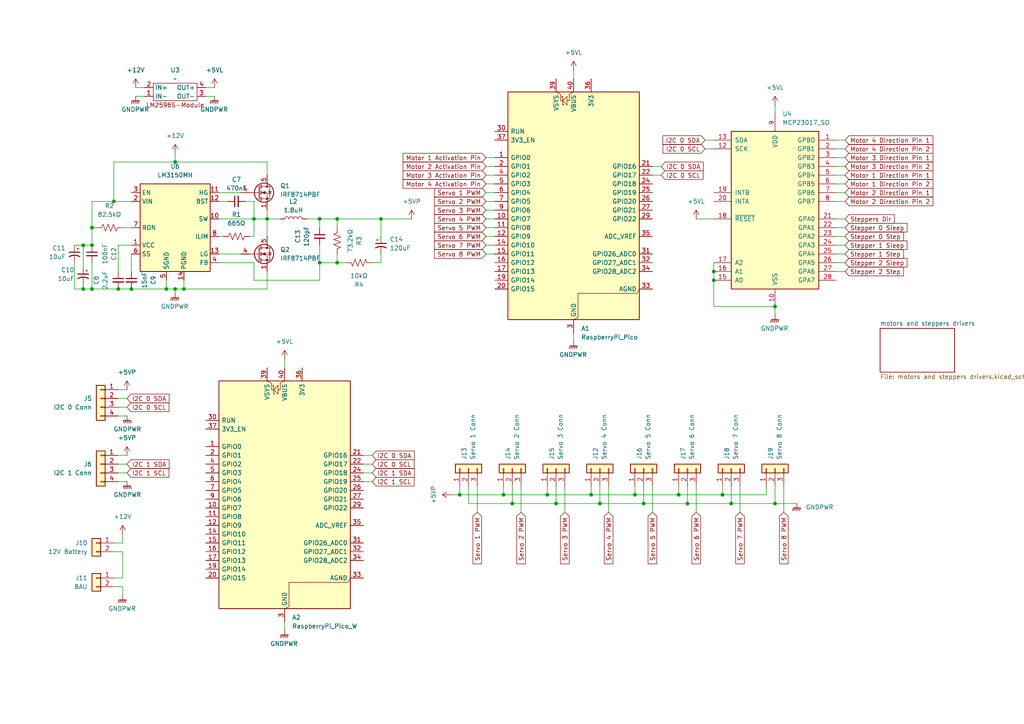
<source format=kicad_sch>
(kicad_sch (version 20250114) (generator "eeschema") (generator_version "9.0")
  (paper "A4")
  (lib_symbols
    (symbol "Connector_Generic:Conn_01x02" (pin_names (offset 1.016) (hide yes))
      (property "Reference" "J" (at 0 2.54 0))
      (property "Value" "Conn_01x02" (at 0 -5.08 0))
      (symbol "Conn_01x02_1_1"
        (pin passive line (at -5.08 0 0) (length 3.81) (name "Pin_1") (number "1"))
        (pin passive line (at -5.08 -2.54 0) (length 3.81) (name "Pin_2") (number "2"))
      )
    )
    (symbol "Connector_Generic:Conn_01x03" (pin_names (offset 1.016) (hide yes))
      (property "Reference" "J" (at 0 5.08 0))
      (property "Value" "Conn_01x03" (at 0 -5.08 0))
      (symbol "Conn_01x03_1_1"
        (pin passive line (at -5.08 2.54 0) (length 3.81) (name "Pin_1") (number "1"))
        (pin passive line (at -5.08 0 0) (length 3.81) (name "Pin_2") (number "2"))
        (pin passive line (at -5.08 -2.54 0) (length 3.81) (name "Pin_3") (number "3"))
      )
    )
    (symbol "Connector_Generic:Conn_01x04" (pin_names (offset 1.016) (hide yes))
      (property "Reference" "J" (at 0 5.08 0))
      (property "Value" "Conn_01x04" (at 0 -7.62 0))
      (symbol "Conn_01x04_1_1"
        (pin passive line (at -5.08 2.54 0) (length 3.81) (name "Pin_1") (number "1"))
        (pin passive line (at -5.08 0 0) (length 3.81) (name "Pin_2") (number "2"))
        (pin passive line (at -5.08 -2.54 0) (length 3.81) (name "Pin_3") (number "3"))
        (pin passive line (at -5.08 -5.08 0) (length 3.81) (name "Pin_4") (number "4"))
      )
    )
    (symbol "Device:C_Polarized_Small_US" (pin_numbers (hide yes)) (pin_names (offset 0.254) (hide yes))
      (property "Reference" "C" (at 0.254 1.778 0))
      (property "Value" "C_Polarized_Small_US" (at 0.254 -2.032 0))
      (symbol "C_Polarized_Small_US_1_1"
        (pin passive line (at 0 2.54 270) (length 2.032) (name "~") (number "1"))
        (pin passive line (at 0 -2.54 90) (length 2.032) (name "~") (number "2"))
      )
    )
    (symbol "Device:C_Small" (pin_numbers (hide yes)) (pin_names (offset 0.254) (hide yes))
      (property "Reference" "C" (at 0.254 1.778 0))
      (property "Value" "C_Small" (at 0.254 -2.032 0))
      (symbol "C_Small_1_1"
        (pin passive line (at 0 2.54 270) (length 2.032) (name "~") (number "1"))
        (pin passive line (at 0 -2.54 90) (length 2.032) (name "~") (number "2"))
      )
    )
    (symbol "Device:L" (pin_numbers (hide yes)) (pin_names (offset 1.016) (hide yes))
      (property "Reference" "L" (at -1.27 0 90))
      (property "Value" "L" (at 1.905 0 90))
      (symbol "L_1_1"
        (pin passive line (at 0 3.81 270) (length 1.27) (name "1") (number "1"))
        (pin passive line (at 0 -3.81 90) (length 1.27) (name "2") (number "2"))
      )
    )
    (symbol "Device:R_US" (pin_numbers (hide yes)) (pin_names (offset 0))
      (property "Reference" "R" (at 2.54 0 90))
      (property "Value" "R_US" (at -2.54 0 90))
      (symbol "R_US_1_1"
        (pin passive line (at 0 3.81 270) (length 1.27) (name "~") (number "1"))
        (pin passive line (at 0 -3.81 90) (length 1.27) (name "~") (number "2"))
      )
    )
    (symbol "Interface_Expansion:MCP23017_SO" (pin_names (offset 1.016))
      (property "Reference" "U" (at -11.43 24.13 0))
      (property "Value" "MCP23017_SO" (at 0 0 0))
      (symbol "MCP23017_SO_1_1"
        (pin bidirectional line (at -17.78 20.32 0) (length 5.08) (name "SDA") (number "13"))
        (pin input line (at -17.78 17.78 0) (length 5.08) (name "SCK") (number "12"))
        (pin tri_state line (at -17.78 5.08 0) (length 5.08) (name "INTB") (number "19"))
        (pin tri_state line (at -17.78 2.54 0) (length 5.08) (name "INTA") (number "20"))
        (pin input line (at -17.78 -2.54 0) (length 5.08) (name "~{RESET}") (number "18"))
        (pin input line (at -17.78 -15.24 0) (length 5.08) (name "A2") (number "17"))
        (pin input line (at -17.78 -17.78 0) (length 5.08) (name "A1") (number "16"))
        (pin input line (at -17.78 -20.32 0) (length 5.08) (name "A0") (number "15"))
        (pin no_connect line (at -12.7 15.24 0) (length 5.08) (hide yes) (name "NC") (number "11"))
        (pin no_connect line (at -12.7 12.7 0) (length 5.08) (hide yes) (name "NC") (number "14"))
        (pin power_in line (at 0 27.94 270) (length 5.08) (name "VDD") (number "9"))
        (pin power_in line (at 0 -27.94 90) (length 5.08) (name "VSS") (number "10"))
        (pin bidirectional line (at 17.78 20.32 180) (length 5.08) (name "GPB0") (number "1"))
        (pin bidirectional line (at 17.78 17.78 180) (length 5.08) (name "GPB1") (number "2"))
        (pin bidirectional line (at 17.78 15.24 180) (length 5.08) (name "GPB2") (number "3"))
        (pin bidirectional line (at 17.78 12.7 180) (length 5.08) (name "GPB3") (number "4"))
        (pin bidirectional line (at 17.78 10.16 180) (length 5.08) (name "GPB4") (number "5"))
        (pin bidirectional line (at 17.78 7.62 180) (length 5.08) (name "GPB5") (number "6"))
        (pin bidirectional line (at 17.78 5.08 180) (length 5.08) (name "GPB6") (number "7"))
        (pin output line (at 17.78 2.54 180) (length 5.08) (name "GPB7") (number "8"))
        (pin bidirectional line (at 17.78 -2.54 180) (length 5.08) (name "GPA0") (number "21"))
        (pin bidirectional line (at 17.78 -5.08 180) (length 5.08) (name "GPA1") (number "22"))
        (pin bidirectional line (at 17.78 -7.62 180) (length 5.08) (name "GPA2") (number "23"))
        (pin bidirectional line (at 17.78 -10.16 180) (length 5.08) (name "GPA3") (number "24"))
        (pin bidirectional line (at 17.78 -12.7 180) (length 5.08) (name "GPA4") (number "25"))
        (pin bidirectional line (at 17.78 -15.24 180) (length 5.08) (name "GPA5") (number "26"))
        (pin bidirectional line (at 17.78 -17.78 180) (length 5.08) (name "GPA6") (number "27"))
        (pin output line (at 17.78 -20.32 180) (length 5.08) (name "GPA7") (number "28"))
      )
    )
    (symbol "LM2596S-Module:LM2596S-Module"
      (property "Reference" "U" (at 0 3.556 0))
      (symbol "LM2596S-Module_1_1"
        (text "LM2596S-Module" (at 0 -3.81 0) (effects (font (size 1.27 1.27))))
        (pin input line (at -8.89 1.27 0) (length 2.54) (name "IN+") (number "2"))
        (pin input line (at -8.89 -1.27 0) (length 2.54) (name "IN-") (number "1"))
        (pin input line (at 8.89 1.27 180) (length 2.54) (name "OUT+") (number "4"))
        (pin input line (at 8.89 -1.27 180) (length 2.54) (name "OUT-") (number "3"))
      )
    )
    (symbol "MCU_Module:RaspberryPi_Pico" (pin_names (offset 0.762))
      (property "Reference" "A" (at -19.05 35.56 0))
      (property "Value" "RaspberryPi_Pico" (at 7.62 35.56 0))
      (symbol "RaspberryPi_Pico_1_1"
        (pin passive line (at -22.86 22.86 0) (length 3.81) (name "RUN") (number "30"))
        (pin passive line (at -22.86 20.32 0) (length 3.81) (name "3V3_EN") (number "37"))
        (pin bidirectional line (at -22.86 15.24 0) (length 3.81) (name "GPIO0") (number "1"))
        (pin bidirectional line (at -22.86 12.7 0) (length 3.81) (name "GPIO1") (number "2"))
        (pin bidirectional line (at -22.86 10.16 0) (length 3.81) (name "GPIO2") (number "4"))
        (pin bidirectional line (at -22.86 7.62 0) (length 3.81) (name "GPIO3") (number "5"))
        (pin bidirectional line (at -22.86 5.08 0) (length 3.81) (name "GPIO4") (number "6"))
        (pin bidirectional line (at -22.86 2.54 0) (length 3.81) (name "GPIO5") (number "7"))
        (pin bidirectional line (at -22.86 0 0) (length 3.81) (name "GPIO6") (number "9"))
        (pin bidirectional line (at -22.86 -2.54 0) (length 3.81) (name "GPIO7") (number "10"))
        (pin bidirectional line (at -22.86 -5.08 0) (length 3.81) (name "GPIO8") (number "11"))
        (pin bidirectional line (at -22.86 -7.62 0) (length 3.81) (name "GPIO9") (number "12"))
        (pin bidirectional line (at -22.86 -10.16 0) (length 3.81) (name "GPIO10") (number "14"))
        (pin bidirectional line (at -22.86 -12.7 0) (length 3.81) (name "GPIO11") (number "15"))
        (pin bidirectional line (at -22.86 -15.24 0) (length 3.81) (name "GPIO12") (number "16"))
        (pin bidirectional line (at -22.86 -17.78 0) (length 3.81) (name "GPIO13") (number "17"))
        (pin bidirectional line (at -22.86 -20.32 0) (length 3.81) (name "GPIO14") (number "19"))
        (pin bidirectional line (at -22.86 -22.86 0) (length 3.81) (name "GPIO15") (number "20"))
        (pin power_in line (at -5.08 38.1 270) (length 3.81) (name "VSYS") (number "39"))
        (pin power_out line (at 0 38.1 270) (length 3.81) (name "VBUS") (number "40"))
        (pin passive line (at 0 -35.56 90) (length 3.81) (hide yes) (name "GND") (number "13"))
        (pin passive line (at 0 -35.56 90) (length 3.81) (hide yes) (name "GND") (number "18"))
        (pin passive line (at 0 -35.56 90) (length 3.81) (hide yes) (name "GND") (number "23"))
        (pin passive line (at 0 -35.56 90) (length 3.81) (hide yes) (name "GND") (number "28"))
        (pin power_out line (at 0 -35.56 90) (length 3.81) (name "GND") (number "3"))
        (pin passive line (at 0 -35.56 90) (length 3.81) (hide yes) (name "GND") (number "38"))
        (pin passive line (at 0 -35.56 90) (length 3.81) (hide yes) (name "GND") (number "8"))
        (pin power_out line (at 5.08 38.1 270) (length 3.81) (name "3V3") (number "36"))
        (pin bidirectional line (at 22.86 12.7 180) (length 3.81) (name "GPIO16") (number "21"))
        (pin bidirectional line (at 22.86 10.16 180) (length 3.81) (name "GPIO17") (number "22"))
        (pin bidirectional line (at 22.86 7.62 180) (length 3.81) (name "GPIO18") (number "24"))
        (pin bidirectional line (at 22.86 5.08 180) (length 3.81) (name "GPIO19") (number "25"))
        (pin bidirectional line (at 22.86 2.54 180) (length 3.81) (name "GPIO20") (number "26"))
        (pin bidirectional line (at 22.86 0 180) (length 3.81) (name "GPIO21") (number "27"))
        (pin bidirectional line (at 22.86 -2.54 180) (length 3.81) (name "GPIO22") (number "29"))
        (pin power_in line (at 22.86 -7.62 180) (length 3.81) (name "ADC_VREF") (number "35"))
        (pin bidirectional line (at 22.86 -12.7 180) (length 3.81) (name "GPIO26_ADC0") (number "31"))
        (pin bidirectional line (at 22.86 -15.24 180) (length 3.81) (name "GPIO27_ADC1") (number "32"))
        (pin bidirectional line (at 22.86 -17.78 180) (length 3.81) (name "GPIO28_ADC2") (number "34"))
        (pin power_out line (at 22.86 -22.86 180) (length 3.81) (name "AGND") (number "33"))
      )
    )
    (symbol "MCU_Module:RaspberryPi_Pico_W" (pin_names (offset 0.762))
      (property "Reference" "A" (at -19.05 35.56 0))
      (property "Value" "RaspberryPi_Pico_W" (at 7.62 35.56 0))
      (symbol "RaspberryPi_Pico_W_1_1"
        (pin passive line (at -22.86 22.86 0) (length 3.81) (name "RUN") (number "30"))
        (pin passive line (at -22.86 20.32 0) (length 3.81) (name "3V3_EN") (number "37"))
        (pin bidirectional line (at -22.86 15.24 0) (length 3.81) (name "GPIO0") (number "1"))
        (pin bidirectional line (at -22.86 12.7 0) (length 3.81) (name "GPIO1") (number "2"))
        (pin bidirectional line (at -22.86 10.16 0) (length 3.81) (name "GPIO2") (number "4"))
        (pin bidirectional line (at -22.86 7.62 0) (length 3.81) (name "GPIO3") (number "5"))
        (pin bidirectional line (at -22.86 5.08 0) (length 3.81) (name "GPIO4") (number "6"))
        (pin bidirectional line (at -22.86 2.54 0) (length 3.81) (name "GPIO5") (number "7"))
        (pin bidirectional line (at -22.86 0 0) (length 3.81) (name "GPIO6") (number "9"))
        (pin bidirectional line (at -22.86 -2.54 0) (length 3.81) (name "GPIO7") (number "10"))
        (pin bidirectional line (at -22.86 -5.08 0) (length 3.81) (name "GPIO8") (number "11"))
        (pin bidirectional line (at -22.86 -7.62 0) (length 3.81) (name "GPIO9") (number "12"))
        (pin bidirectional line (at -22.86 -10.16 0) (length 3.81) (name "GPIO10") (number "14"))
        (pin bidirectional line (at -22.86 -12.7 0) (length 3.81) (name "GPIO11") (number "15"))
        (pin bidirectional line (at -22.86 -15.24 0) (length 3.81) (name "GPIO12") (number "16"))
        (pin bidirectional line (at -22.86 -17.78 0) (length 3.81) (name "GPIO13") (number "17"))
        (pin bidirectional line (at -22.86 -20.32 0) (length 3.81) (name "GPIO14") (number "19"))
        (pin bidirectional line (at -22.86 -22.86 0) (length 3.81) (name "GPIO15") (number "20"))
        (pin power_in line (at -5.08 38.1 270) (length 3.81) (name "VSYS") (number "39"))
        (pin power_out line (at 0 38.1 270) (length 3.81) (name "VBUS") (number "40"))
        (pin passive line (at 0 -35.56 90) (length 3.81) (hide yes) (name "GND") (number "13"))
        (pin passive line (at 0 -35.56 90) (length 3.81) (hide yes) (name "GND") (number "18"))
        (pin passive line (at 0 -35.56 90) (length 3.81) (hide yes) (name "GND") (number "23"))
        (pin passive line (at 0 -35.56 90) (length 3.81) (hide yes) (name "GND") (number "28"))
        (pin power_out line (at 0 -35.56 90) (length 3.81) (name "GND") (number "3"))
        (pin passive line (at 0 -35.56 90) (length 3.81) (hide yes) (name "GND") (number "38"))
        (pin passive line (at 0 -35.56 90) (length 3.81) (hide yes) (name "GND") (number "8"))
        (pin power_out line (at 5.08 38.1 270) (length 3.81) (name "3V3") (number "36"))
        (pin bidirectional line (at 22.86 12.7 180) (length 3.81) (name "GPIO16") (number "21"))
        (pin bidirectional line (at 22.86 10.16 180) (length 3.81) (name "GPIO17") (number "22"))
        (pin bidirectional line (at 22.86 7.62 180) (length 3.81) (name "GPIO18") (number "24"))
        (pin bidirectional line (at 22.86 5.08 180) (length 3.81) (name "GPIO19") (number "25"))
        (pin bidirectional line (at 22.86 2.54 180) (length 3.81) (name "GPIO20") (number "26"))
        (pin bidirectional line (at 22.86 0 180) (length 3.81) (name "GPIO21") (number "27"))
        (pin bidirectional line (at 22.86 -2.54 180) (length 3.81) (name "GPIO22") (number "29"))
        (pin power_in line (at 22.86 -7.62 180) (length 3.81) (name "ADC_VREF") (number "35"))
        (pin bidirectional line (at 22.86 -12.7 180) (length 3.81) (name "GPIO26_ADC0") (number "31"))
        (pin bidirectional line (at 22.86 -15.24 180) (length 3.81) (name "GPIO27_ADC1") (number "32"))
        (pin bidirectional line (at 22.86 -17.78 180) (length 3.81) (name "GPIO28_ADC2") (number "34"))
        (pin power_out line (at 22.86 -22.86 180) (length 3.81) (name "AGND") (number "33"))
      )
    )
    (symbol "Regulator_Switching:LM3150MH"
      (property "Reference" "U" (at -10.16 13.97 0))
      (property "Value" "LM3150MH" (at 2.54 13.97 0))
      (symbol "LM3150MH_1_1"
        (pin input line (at -12.7 10.16 0) (length 2.54) (name "EN") (number "3"))
        (pin power_in line (at -12.7 7.62 0) (length 2.54) (name "VIN") (number "2"))
        (pin input line (at -12.7 0 0) (length 2.54) (name "RON") (number "7"))
        (pin power_out line (at -12.7 -5.08 0) (length 2.54) (name "VCC") (number "1"))
        (pin passive line (at -12.7 -7.62 0) (length 2.54) (name "SS") (number "6"))
        (pin passive line (at -2.54 -15.24 90) (length 2.54) (hide yes) (name "SGND") (number "15"))
        (pin power_in line (at -2.54 -15.24 90) (length 2.54) (name "SGND") (number "5"))
        (pin passive line (at -2.54 -15.24 90) (length 2.54) (hide yes) (name "SGND") (number "9"))
        (pin power_in line (at 2.54 -15.24 90) (length 2.54) (name "PGND") (number "14"))
        (pin output line (at 12.7 10.16 180) (length 2.54) (name "HG") (number "11"))
        (pin passive line (at 12.7 7.62 180) (length 2.54) (name "BST") (number "12"))
        (pin output line (at 12.7 2.54 180) (length 2.54) (name "SW") (number "10"))
        (pin input line (at 12.7 -2.54 180) (length 2.54) (name "ILIM") (number "8"))
        (pin output line (at 12.7 -7.62 180) (length 2.54) (name "LG") (number "13"))
        (pin input line (at 12.7 -10.16 180) (length 2.54) (name "FB") (number "4"))
      )
    )
    (symbol "Transistor_FET:IRF8721PBF-1" (pin_names (hide yes))
      (property "Reference" "Q" (at 5.08 2.54 0))
      (property "Value" "IRF8721PBF-1" (at 5.08 0 0))
      (symbol "IRF8721PBF-1_1_1"
        (pin input line (at -5.08 0 0) (length 2.54) (name "G") (number "4"))
        (pin passive line (at 2.54 5.08 270) (length 2.54) (name "D") (number "5"))
        (pin passive line (at 2.54 5.08 270) (length 2.54) (hide yes) (name "D") (number "6"))
        (pin passive line (at 2.54 5.08 270) (length 2.54) (hide yes) (name "D") (number "7"))
        (pin passive line (at 2.54 5.08 270) (length 2.54) (hide yes) (name "D") (number "8"))
        (pin passive line (at 2.54 -5.08 90) (length 2.54) (name "S") (number "1"))
        (pin passive line (at 2.54 -5.08 90) (length 2.54) (hide yes) (name "S") (number "2"))
        (pin passive line (at 2.54 -5.08 90) (length 2.54) (hide yes) (name "S") (number "3"))
      )
    )
    (symbol "power:+12V" (power) (pin_numbers (hide yes)) (pin_names (offset 0) (hide yes))
      (property "Value" "+12V" (at 0 3.556 0))
      (symbol "+12V_1_1"
        (pin power_in line (at 0 0 90) (length 0) (name "~") (number "1"))
      )
    )
    (symbol "power:+5VL" (power) (pin_numbers (hide yes)) (pin_names (offset 0) (hide yes))
      (property "Value" "+5VL" (at 0 3.556 0))
      (symbol "+5VL_1_1"
        (pin power_in line (at 0 0 90) (length 0) (name "~") (number "1"))
      )
    )
    (symbol "power:+5VP" (power) (pin_numbers (hide yes)) (pin_names (offset 0) (hide yes))
      (property "Value" "+5VP" (at 0 3.556 0))
      (symbol "+5VP_1_1"
        (pin power_in line (at 0 0 90) (length 0) (name "~") (number "1"))
      )
    )
    (symbol "power:GNDPWR" (power) (pin_numbers (hide yes)) (pin_names (offset 0) (hide yes))
      (property "Value" "GNDPWR" (at 0 -3.302 0))
      (symbol "GNDPWR_1_1"
        (pin power_in line (at 0 0 270) (length 0) (name "~") (number "1"))
      )
    )
  )
  (junction (at 26.67 66.04))
  (junction (at 224.79 88.9))
  (junction (at 50.8 83.82))
  (junction (at 38.1 83.82))
  (junction (at 48.26 83.82))
  (junction (at 207.01 81.28))
  (junction (at 34.29 83.82))
  (junction (at 133.35 143.51))
  (junction (at 184.15 143.51))
  (junction (at 209.55 143.51))
  (junction (at 110.49 63.5))
  (junction (at 53.34 83.82))
  (junction (at 73.66 63.5))
  (junction (at 196.85 143.51))
  (junction (at 207.01 78.74))
  (junction (at 77.47 63.5))
  (junction (at 33.02 58.42))
  (junction (at 26.67 71.12))
  (junction (at 148.59 146.05))
  (junction (at 97.79 76.2))
  (junction (at 24.13 71.12))
  (junction (at 50.8 46.99))
  (junction (at 171.45 143.51))
  (junction (at 92.71 63.5))
  (junction (at 158.75 143.51))
  (junction (at 173.99 146.05))
  (junction (at 186.69 146.05))
  (junction (at 212.09 146.05))
  (junction (at 224.79 146.05))
  (junction (at 26.67 83.82))
  (junction (at 24.13 83.82))
  (junction (at 146.05 143.51))
  (junction (at 97.79 63.5))
  (junction (at 92.71 76.2))
  (junction (at 161.29 146.05))
  (junction (at 199.39 146.05))
  (wire (pts (xy 207.01 76.2) (xy 207.01 78.74)))
  (wire (pts (xy 148.59 146.05) (xy 161.29 146.05)))
  (wire (pts (xy 77.47 60.96) (xy 77.47 63.5)))
  (wire (pts (xy 204.47 40.64) (xy 207.01 40.64)))
  (wire (pts (xy 146.05 143.51) (xy 146.05 140.97)))
  (wire (pts (xy 140.97 73.66) (xy 143.51 73.66)))
  (wire (pts (xy 26.67 66.04) (xy 27.94 66.04)))
  (wire (pts (xy 196.85 143.51) (xy 196.85 140.97)))
  (wire (pts (xy 72.39 68.58) (xy 73.66 68.58)))
  (wire (pts (xy 34.29 118.11) (xy 36.83 118.11)))
  (wire (pts (xy 245.11 43.18) (xy 242.57 43.18)))
  (wire (pts (xy 245.11 50.8) (xy 242.57 50.8)))
  (wire (pts (xy 34.29 115.57) (xy 36.83 115.57)))
  (wire (pts (xy 63.5 58.42) (xy 66.04 58.42)))
  (wire (pts (xy 209.55 143.51) (xy 209.55 140.97)))
  (wire (pts (xy 33.02 170.18) (xy 35.56 170.18)))
  (wire (pts (xy 24.13 82.55) (xy 24.13 83.82)))
  (wire (pts (xy 26.67 58.42) (xy 26.67 66.04)))
  (wire (pts (xy 148.59 146.05) (xy 148.59 140.97)))
  (wire (pts (xy 166.37 96.52) (xy 166.37 99.06)))
  (wire (pts (xy 35.56 154.94) (xy 35.56 157.48)))
  (wire (pts (xy 245.11 68.58) (xy 242.57 68.58)))
  (wire (pts (xy 140.97 48.26) (xy 143.51 48.26)))
  (wire (pts (xy 201.93 148.59) (xy 201.93 140.97)))
  (wire (pts (xy 245.11 66.04) (xy 242.57 66.04)))
  (wire (pts (xy 21.59 83.82) (xy 24.13 83.82)))
  (wire (pts (xy 186.69 146.05) (xy 199.39 146.05)))
  (wire (pts (xy 135.89 146.05) (xy 148.59 146.05)))
  (wire (pts (xy 140.97 58.42) (xy 143.51 58.42)))
  (wire (pts (xy 176.53 148.59) (xy 176.53 140.97)))
  (wire (pts (xy 158.75 143.51) (xy 171.45 143.51)))
  (wire (pts (xy 201.93 63.5) (xy 207.01 63.5)))
  (wire (pts (xy 186.69 146.05) (xy 186.69 140.97)))
  (wire (pts (xy 110.49 68.58) (xy 110.49 63.5)))
  (wire (pts (xy 33.02 157.48) (xy 35.56 157.48)))
  (wire (pts (xy 212.09 146.05) (xy 212.09 140.97)))
  (wire (pts (xy 110.49 76.2) (xy 107.95 76.2)))
  (wire (pts (xy 73.66 63.5) (xy 73.66 68.58)))
  (wire (pts (xy 77.47 63.5) (xy 81.28 63.5)))
  (wire (pts (xy 166.37 20.32) (xy 166.37 22.86)))
  (wire (pts (xy 24.13 71.12) (xy 26.67 71.12)))
  (wire (pts (xy 50.8 46.99) (xy 33.02 46.99)))
  (wire (pts (xy 38.1 83.82) (xy 48.26 83.82)))
  (wire (pts (xy 82.55 180.34) (xy 82.55 182.88)))
  (wire (pts (xy 88.9 63.5) (xy 92.71 63.5)))
  (wire (pts (xy 163.83 148.59) (xy 163.83 140.97)))
  (wire (pts (xy 24.13 77.47) (xy 24.13 71.12)))
  (wire (pts (xy 224.79 30.48) (xy 224.79 33.02)))
  (wire (pts (xy 73.66 63.5) (xy 77.47 63.5)))
  (wire (pts (xy 59.69 27.94) (xy 62.23 27.94)))
  (wire (pts (xy 77.47 63.5) (xy 77.47 68.58)))
  (wire (pts (xy 110.49 73.66) (xy 110.49 76.2)))
  (wire (pts (xy 73.66 76.2) (xy 63.5 76.2)))
  (wire (pts (xy 245.11 76.2) (xy 242.57 76.2)))
  (wire (pts (xy 138.43 148.59) (xy 138.43 140.97)))
  (wire (pts (xy 151.13 148.59) (xy 151.13 140.97)))
  (wire (pts (xy 35.56 160.02) (xy 35.56 167.64)))
  (wire (pts (xy 33.02 46.99) (xy 33.02 58.42)))
  (wire (pts (xy 77.47 83.82) (xy 53.34 83.82)))
  (wire (pts (xy 171.45 143.51) (xy 171.45 140.97)))
  (wire (pts (xy 97.79 76.2) (xy 100.33 76.2)))
  (wire (pts (xy 173.99 146.05) (xy 186.69 146.05)))
  (wire (pts (xy 222.25 143.51) (xy 222.25 140.97)))
  (wire (pts (xy 133.35 143.51) (xy 146.05 143.51)))
  (wire (pts (xy 105.41 137.16) (xy 107.95 137.16)))
  (wire (pts (xy 38.1 73.66) (xy 38.1 78.74)))
  (wire (pts (xy 77.47 78.74) (xy 77.47 83.82)))
  (wire (pts (xy 36.83 139.7) (xy 34.29 139.7)))
  (wire (pts (xy 77.47 50.8) (xy 77.47 46.99)))
  (wire (pts (xy 224.79 88.9) (xy 224.79 91.44)))
  (wire (pts (xy 184.15 143.51) (xy 184.15 140.97)))
  (wire (pts (xy 224.79 146.05) (xy 224.79 140.97)))
  (wire (pts (xy 26.67 66.04) (xy 26.67 71.12)))
  (wire (pts (xy 146.05 143.51) (xy 158.75 143.51)))
  (wire (pts (xy 82.55 104.14) (xy 82.55 106.68)))
  (wire (pts (xy 34.29 137.16) (xy 36.83 137.16)))
  (wire (pts (xy 199.39 146.05) (xy 199.39 140.97)))
  (wire (pts (xy 207.01 81.28) (xy 207.01 88.9)))
  (wire (pts (xy 92.71 63.5) (xy 92.71 66.04)))
  (wire (pts (xy 110.49 63.5) (xy 119.38 63.5)))
  (wire (pts (xy 33.02 58.42) (xy 38.1 58.42)))
  (wire (pts (xy 161.29 146.05) (xy 173.99 146.05)))
  (wire (pts (xy 77.47 46.99) (xy 50.8 46.99)))
  (wire (pts (xy 140.97 63.5) (xy 143.51 63.5)))
  (wire (pts (xy 140.97 50.8) (xy 143.51 50.8)))
  (wire (pts (xy 207.01 78.74) (xy 207.01 81.28)))
  (wire (pts (xy 135.89 146.05) (xy 135.89 140.97)))
  (wire (pts (xy 35.56 160.02) (xy 33.02 160.02)))
  (wire (pts (xy 173.99 146.05) (xy 173.99 140.97)))
  (wire (pts (xy 140.97 68.58) (xy 143.51 68.58)))
  (wire (pts (xy 107.95 132.08) (xy 105.41 132.08)))
  (wire (pts (xy 92.71 63.5) (xy 97.79 63.5)))
  (wire (pts (xy 133.35 143.51) (xy 133.35 140.97)))
  (wire (pts (xy 92.71 81.28) (xy 92.71 76.2)))
  (wire (pts (xy 73.66 76.2) (xy 73.66 81.28)))
  (wire (pts (xy 34.29 71.12) (xy 38.1 71.12)))
  (wire (pts (xy 199.39 146.05) (xy 212.09 146.05)))
  (wire (pts (xy 35.56 66.04) (xy 38.1 66.04)))
  (wire (pts (xy 227.33 148.59) (xy 227.33 140.97)))
  (wire (pts (xy 245.11 58.42) (xy 242.57 58.42)))
  (wire (pts (xy 26.67 83.82) (xy 34.29 83.82)))
  (wire (pts (xy 245.11 48.26) (xy 242.57 48.26)))
  (wire (pts (xy 92.71 76.2) (xy 97.79 76.2)))
  (wire (pts (xy 48.26 81.28) (xy 48.26 83.82)))
  (wire (pts (xy 36.83 113.03) (xy 34.29 113.03)))
  (wire (pts (xy 214.63 148.59) (xy 214.63 140.97)))
  (wire (pts (xy 50.8 83.82) (xy 53.34 83.82)))
  (wire (pts (xy 245.11 53.34) (xy 242.57 53.34)))
  (wire (pts (xy 184.15 143.51) (xy 196.85 143.51)))
  (wire (pts (xy 207.01 88.9) (xy 224.79 88.9)))
  (wire (pts (xy 196.85 143.51) (xy 209.55 143.51)))
  (wire (pts (xy 245.11 55.88) (xy 242.57 55.88)))
  (wire (pts (xy 35.56 167.64) (xy 33.02 167.64)))
  (wire (pts (xy 204.47 43.18) (xy 207.01 43.18)))
  (wire (pts (xy 107.95 134.62) (xy 105.41 134.62)))
  (wire (pts (xy 21.59 71.12) (xy 24.13 71.12)))
  (wire (pts (xy 34.29 78.74) (xy 34.29 71.12)))
  (wire (pts (xy 130.81 143.51) (xy 133.35 143.51)))
  (wire (pts (xy 140.97 55.88) (xy 143.51 55.88)))
  (wire (pts (xy 36.83 132.08) (xy 34.29 132.08)))
  (wire (pts (xy 59.69 25.4) (xy 62.23 25.4)))
  (wire (pts (xy 97.79 76.2) (xy 97.79 73.66)))
  (wire (pts (xy 92.71 71.12) (xy 92.71 76.2)))
  (wire (pts (xy 245.11 71.12) (xy 242.57 71.12)))
  (wire (pts (xy 171.45 143.51) (xy 184.15 143.51)))
  (wire (pts (xy 189.23 48.26) (xy 191.77 48.26)))
  (wire (pts (xy 34.29 134.62) (xy 36.83 134.62)))
  (wire (pts (xy 209.55 143.51) (xy 222.25 143.51)))
  (wire (pts (xy 73.66 58.42) (xy 73.66 63.5)))
  (wire (pts (xy 245.11 73.66) (xy 242.57 73.66)))
  (wire (pts (xy 21.59 76.2) (xy 21.59 83.82)))
  (wire (pts (xy 189.23 50.8) (xy 191.77 50.8)))
  (wire (pts (xy 158.75 143.51) (xy 158.75 140.97)))
  (wire (pts (xy 212.09 146.05) (xy 224.79 146.05)))
  (wire (pts (xy 140.97 53.34) (xy 143.51 53.34)))
  (wire (pts (xy 224.79 146.05) (xy 231.14 146.05)))
  (wire (pts (xy 24.13 83.82) (xy 26.67 83.82)))
  (wire (pts (xy 26.67 58.42) (xy 33.02 58.42)))
  (wire (pts (xy 39.37 27.94) (xy 41.91 27.94)))
  (wire (pts (xy 50.8 44.45) (xy 50.8 46.99)))
  (wire (pts (xy 140.97 45.72) (xy 143.51 45.72)))
  (wire (pts (xy 50.8 83.82) (xy 50.8 85.09)))
  (wire (pts (xy 140.97 71.12) (xy 143.51 71.12)))
  (wire (pts (xy 35.56 170.18) (xy 35.56 172.72)))
  (wire (pts (xy 63.5 63.5) (xy 73.66 63.5)))
  (wire (pts (xy 48.26 83.82) (xy 50.8 83.82)))
  (wire (pts (xy 36.83 120.65) (xy 34.29 120.65)))
  (wire (pts (xy 189.23 148.59) (xy 189.23 140.97)))
  (wire (pts (xy 245.11 40.64) (xy 242.57 40.64)))
  (wire (pts (xy 53.34 81.28) (xy 53.34 83.82)))
  (wire (pts (xy 71.12 58.42) (xy 73.66 58.42)))
  (wire (pts (xy 39.37 25.4) (xy 41.91 25.4)))
  (wire (pts (xy 140.97 60.96) (xy 143.51 60.96)))
  (wire (pts (xy 73.66 81.28) (xy 92.71 81.28)))
  (wire (pts (xy 63.5 68.58) (xy 64.77 68.58)))
  (wire (pts (xy 161.29 146.05) (xy 161.29 140.97)))
  (wire (pts (xy 34.29 83.82) (xy 38.1 83.82)))
  (wire (pts (xy 245.11 45.72) (xy 242.57 45.72)))
  (wire (pts (xy 97.79 66.04) (xy 97.79 63.5)))
  (wire (pts (xy 63.5 55.88) (xy 69.85 55.88)))
  (wire (pts (xy 245.11 78.74) (xy 242.57 78.74)))
  (wire (pts (xy 245.11 63.5) (xy 242.57 63.5)))
  (wire (pts (xy 26.67 76.2) (xy 26.67 83.82)))
  (wire (pts (xy 63.5 73.66) (xy 69.85 73.66)))
  (wire (pts (xy 140.97 66.04) (xy 143.51 66.04)))
  (wire (pts (xy 105.41 139.7) (xy 107.95 139.7)))
  (wire (pts (xy 97.79 63.5) (xy 110.49 63.5)))
  (global_label "Motor 2 Direction Pin 2" (shape input) (at 245.11 58.42 0) (property "Intersheetrefs" "${INTERSHEET_REFS}" (effects (hide yes))))
  (global_label "Motor 4 Activation Pin" (shape input) (at 140.97 53.34 180) (property "Intersheetrefs" "${INTERSHEET_REFS}" (effects (hide yes))))
  (global_label "Motor 3 Activation Pin" (shape input) (at 140.97 50.8 180) (property "Intersheetrefs" "${INTERSHEET_REFS}" (effects (hide yes))))
  (global_label "I2C 0 SDA" (shape input) (at 204.47 40.64 180) (property "Intersheetrefs" "${INTERSHEET_REFS}" (effects (hide yes))))
  (global_label "Servo 2 PWM" (shape input) (at 151.13 148.59 270) (property "Intersheetrefs" "${INTERSHEET_REFS}" (effects (hide yes))))
  (global_label "Stepper 1 Sleep" (shape input) (at 245.11 71.12 0) (property "Intersheetrefs" "${INTERSHEET_REFS}" (effects (hide yes))))
  (global_label "Servo 7 PWM" (shape input) (at 140.97 71.12 180) (property "Intersheetrefs" "${INTERSHEET_REFS}" (effects (hide yes))))
  (global_label "I2C 1 SCL" (shape input) (at 36.83 137.16 0) (property "Intersheetrefs" "${INTERSHEET_REFS}" (effects (hide yes))))
  (global_label "Motor 4 Direction Pin 2" (shape input) (at 245.11 43.18 0) (property "Intersheetrefs" "${INTERSHEET_REFS}" (effects (hide yes))))
  (global_label "Servo 6 PWM" (shape input) (at 140.97 68.58 180) (property "Intersheetrefs" "${INTERSHEET_REFS}" (effects (hide yes))))
  (global_label "Motor 4 Direction Pin 1" (shape input) (at 245.11 40.64 0) (property "Intersheetrefs" "${INTERSHEET_REFS}" (effects (hide yes))))
  (global_label "Servo 3 PWM" (shape input) (at 163.83 148.59 270) (property "Intersheetrefs" "${INTERSHEET_REFS}" (effects (hide yes))))
  (global_label "I2C 0 SDA" (shape input) (at 107.95 132.08 0) (property "Intersheetrefs" "${INTERSHEET_REFS}" (effects (hide yes))))
  (global_label "Motor 3 Direction Pin 2" (shape input) (at 245.11 48.26 0) (property "Intersheetrefs" "${INTERSHEET_REFS}" (effects (hide yes))))
  (global_label "Motor 3 Direction Pin 1" (shape input) (at 245.11 45.72 0) (property "Intersheetrefs" "${INTERSHEET_REFS}" (effects (hide yes))))
  (global_label "Servo 5 PWM" (shape input) (at 189.23 148.59 270) (property "Intersheetrefs" "${INTERSHEET_REFS}" (effects (hide yes))))
  (global_label "Servo 4 PWM" (shape input) (at 176.53 148.59 270) (property "Intersheetrefs" "${INTERSHEET_REFS}" (effects (hide yes))))
  (global_label "Servo 8 PWM" (shape input) (at 227.33 148.59 270) (property "Intersheetrefs" "${INTERSHEET_REFS}" (effects (hide yes))))
  (global_label "I2C 0 SCL" (shape input) (at 191.77 50.8 0) (property "Intersheetrefs" "${INTERSHEET_REFS}" (effects (hide yes))))
  (global_label "I2C 1 SDA" (shape input) (at 36.83 134.62 0) (property "Intersheetrefs" "${INTERSHEET_REFS}" (effects (hide yes))))
  (global_label "Motor 1 Activation Pin" (shape input) (at 140.97 45.72 180) (property "Intersheetrefs" "${INTERSHEET_REFS}" (effects (hide yes))))
  (global_label "Stepper 2 Step" (shape input) (at 245.11 78.74 0) (property "Intersheetrefs" "${INTERSHEET_REFS}" (effects (hide yes))))
  (global_label "Servo 6 PWM" (shape input) (at 201.93 148.59 270) (property "Intersheetrefs" "${INTERSHEET_REFS}" (effects (hide yes))))
  (global_label "I2C 0 SCL" (shape input) (at 36.83 118.11 0) (property "Intersheetrefs" "${INTERSHEET_REFS}" (effects (hide yes))))
  (global_label "Stepper 1 Step" (shape input) (at 245.11 73.66 0) (property "Intersheetrefs" "${INTERSHEET_REFS}" (effects (hide yes))))
  (global_label "Servo 7 PWM" (shape input) (at 214.63 148.59 270) (property "Intersheetrefs" "${INTERSHEET_REFS}" (effects (hide yes))))
  (global_label "I2C 1 SDA" (shape input) (at 107.95 137.16 0) (property "Intersheetrefs" "${INTERSHEET_REFS}" (effects (hide yes))))
  (global_label "Servo 4 PWM" (shape input) (at 140.97 63.5 180) (property "Intersheetrefs" "${INTERSHEET_REFS}" (effects (hide yes))))
  (global_label "I2C 0 SCL" (shape input) (at 204.47 43.18 180) (property "Intersheetrefs" "${INTERSHEET_REFS}" (effects (hide yes))))
  (global_label "I2C 0 SDA" (shape input) (at 191.77 48.26 0) (property "Intersheetrefs" "${INTERSHEET_REFS}" (effects (hide yes))))
  (global_label "I2C 1 SCL" (shape input) (at 107.95 139.7 0) (property "Intersheetrefs" "${INTERSHEET_REFS}" (effects (hide yes))))
  (global_label "Servo 1 PWM" (shape input) (at 140.97 55.88 180) (property "Intersheetrefs" "${INTERSHEET_REFS}" (effects (hide yes))))
  (global_label "Servo 8 PWM" (shape input) (at 140.97 73.66 180) (property "Intersheetrefs" "${INTERSHEET_REFS}" (effects (hide yes))))
  (global_label "Servo 5 PWM" (shape input) (at 140.97 66.04 180) (property "Intersheetrefs" "${INTERSHEET_REFS}" (effects (hide yes))))
  (global_label "Motor 2 Activation Pin" (shape input) (at 140.97 48.26 180) (property "Intersheetrefs" "${INTERSHEET_REFS}" (effects (hide yes))))
  (global_label "I2C 0 SDA" (shape input) (at 36.83 115.57 0) (property "Intersheetrefs" "${INTERSHEET_REFS}" (effects (hide yes))))
  (global_label "Servo 3 PWM" (shape input) (at 140.97 60.96 180) (property "Intersheetrefs" "${INTERSHEET_REFS}" (effects (hide yes))))
  (global_label "Stepper 0 Sleep" (shape input) (at 245.11 66.04 0) (property "Intersheetrefs" "${INTERSHEET_REFS}" (effects (hide yes))))
  (global_label "Stepper 0 Step" (shape input) (at 245.11 68.58 0) (property "Intersheetrefs" "${INTERSHEET_REFS}" (effects (hide yes))))
  (global_label "I2C 0 SCL" (shape input) (at 107.95 134.62 0) (property "Intersheetrefs" "${INTERSHEET_REFS}" (effects (hide yes))))
  (global_label "Steppers Dir" (shape input) (at 245.11 63.5 0) (property "Intersheetrefs" "${INTERSHEET_REFS}" (effects (hide yes))))
  (global_label "Servo 1 PWM" (shape input) (at 138.43 148.59 270) (property "Intersheetrefs" "${INTERSHEET_REFS}" (effects (hide yes))))
  (global_label "Motor 1 Direction Pin 2" (shape input) (at 245.11 53.34 0) (property "Intersheetrefs" "${INTERSHEET_REFS}" (effects (hide yes))))
  (global_label "Motor 2 Direction Pin 1" (shape input) (at 245.11 55.88 0) (property "Intersheetrefs" "${INTERSHEET_REFS}" (effects (hide yes))))
  (global_label "Motor 1 Direction Pin 1" (shape input) (at 245.11 50.8 0) (property "Intersheetrefs" "${INTERSHEET_REFS}" (effects (hide yes))))
  (global_label "Servo 2 PWM" (shape input) (at 140.97 58.42 180) (property "Intersheetrefs" "${INTERSHEET_REFS}" (effects (hide yes))))
  (global_label "Stepper 2 Sleep" (shape input) (at 245.11 76.2 0) (property "Intersheetrefs" "${INTERSHEET_REFS}" (effects (hide yes))))
  (symbol (lib_id "Device:C_Polarized_Small_US") (at 21.59 73.66 0) (mirror y) (unit 1)
    (property "Reference" "C11" (at 19.05 71.9581 0) (effects (justify left)))
    (property "Value" "10uF" (at 19.05 74.4981 0) (effects (justify left)))
    (property "Footprint" "Capacitor_THT:CP_Radial_D5.0mm_P2.50mm" (effects (hide yes)))
    (property "Description" "Polarized capacitor, small US symbol" (effects (hide yes)))
  )
  (symbol (lib_id "Connector_Generic:Conn_01x03") (at 148.59 135.89 90) (unit 1)
    (property "Reference" "J14" (at 147.3199 133.35 0) (effects (justify left)))
    (property "Value" "Servo 2 Conn" (at 149.8599 133.35 0) (effects (justify left)))
    (property "Footprint" "Connector_PinHeader_2.54mm:PinHeader_1x03_P2.54mm_Vertical" (effects (hide yes)))
    (property "Description" "Generic connector, single row, 01x03, script generated (kicad-library-utils/schlib/autogen/connector/)" (effects (hide yes)))
  )
  (symbol (lib_id "Connector_Generic:Conn_01x02") (at 27.94 157.48 0) (mirror y) (unit 1)
    (property "Reference" "J10" (at 25.4 157.4799 0) (effects (justify left)))
    (property "Value" "12V Battery" (at 25.4 160.0199 0) (effects (justify left)))
    (property "Footprint" "Connector_PinHeader_2.54mm:PinHeader_1x02_P2.54mm_Vertical" (effects (hide yes)))
    (property "Description" "Generic connector, single row, 01x02, script generated (kicad-library-utils/schlib/autogen/connector/)" (effects (hide yes)))
  )
  (symbol (lib_id "power:+5VL") (at 82.55 104.14 0) (unit 1)
    (property "Reference" "#PWR038" (effects (hide yes)))
    (property "Value" "+5VL" (at 82.55 99.06 0))
    (property "Description" "Power symbol creates a global label with name \"+5VL\"" (effects (hide yes)))
  )
  (symbol (lib_id "Connector_Generic:Conn_01x04") (at 29.21 134.62 0) (mirror y) (unit 1)
    (property "Reference" "J6" (at 26.67 134.6199 0) (effects (justify left)))
    (property "Value" "I2C 1 Conn" (at 26.67 137.1599 0) (effects (justify left)))
    (property "Footprint" "Connector_PinHeader_2.54mm:PinHeader_1x04_P2.54mm_Vertical" (effects (hide yes)))
    (property "Description" "Generic connector, single row, 01x04, script generated (kicad-library-utils/schlib/autogen/connector/)" (effects (hide yes)))
  )
  (symbol (lib_id "power:GNDPWR") (at 231.14 146.05 0) (unit 1)
    (property "Reference" "#PWR043" (effects (hide yes)))
    (property "Value" "GNDPWR" (at 233.68 147.1167 0) (effects (justify left)))
    (property "Description" "Power symbol creates a global label with name \"GNDPWR\" , global ground" (effects (hide yes)))
  )
  (symbol (lib_id "power:+5VP") (at 36.83 113.03 0) (mirror y) (unit 1)
    (property "Reference" "#PWR021" (effects (hide yes)))
    (property "Value" "+5VP" (at 36.83 107.95 0))
    (property "Description" "Power symbol creates a global label with name \"+5VP\"" (effects (hide yes)))
  )
  (symbol (lib_id "Transistor_FET:IRF8721PBF-1") (at 74.93 73.66 0) (unit 1)
    (property "Reference" "Q2" (at 81.28 72.3899 0) (effects (justify left)))
    (property "Value" "IRF8714PBF" (at 81.28 74.9299 0) (effects (justify left)))
    (property "Footprint" "Package_SO:SOIC-8_3.9x4.9mm_P1.27mm" (effects (hide yes)))
    (property "Datasheet" "http://www.irf.com/product-info/datasheets/data/irf8721pbf-1.pdf" (effects (hide yes)))
    (property "Description" "14A Id, 30V Vds, HEXFET N-Channel MOSFET, SO-8" (effects (hide yes)))
  )
  (symbol (lib_id "power:GNDPWR") (at 36.83 139.7 0) (mirror y) (unit 1)
    (property "Reference" "#PWR024" (effects (hide yes)))
    (property "Value" "GNDPWR" (at 36.957 143.51 0))
    (property "Description" "Power symbol creates a global label with name \"GNDPWR\" , global ground" (effects (hide yes)))
  )
  (symbol (lib_id "Connector_Generic:Conn_01x02") (at 27.94 167.64 0) (mirror y) (unit 1)
    (property "Reference" "J11" (at 25.4 167.6399 0) (effects (justify left)))
    (property "Value" "BAU" (at 25.4 170.1799 0) (effects (justify left)))
    (property "Footprint" "Connector_PinHeader_2.54mm:PinHeader_1x02_P2.54mm_Vertical" (effects (hide yes)))
    (property "Description" "Generic connector, single row, 01x02, script generated (kicad-library-utils/schlib/autogen/connector/)" (effects (hide yes)))
  )
  (symbol (lib_id "Device:C_Polarized_Small_US") (at 24.13 80.01 0) (mirror y) (unit 1)
    (property "Reference" "C10" (at 21.59 78.3081 0) (effects (justify left)))
    (property "Value" "10uF" (at 21.59 80.8481 0) (effects (justify left)))
    (property "Footprint" "Capacitor_THT:CP_Radial_D5.0mm_P2.50mm" (effects (hide yes)))
    (property "Description" "Polarized capacitor, small US symbol" (effects (hide yes)))
  )
  (symbol (lib_id "Regulator_Switching:LM3150MH") (at 50.8 66.04 0) (unit 1)
    (property "Reference" "U6" (at 50.8 48.26 0))
    (property "Value" "LM3150MH" (at 50.8 50.8 0))
    (property "Footprint" "Package_SO:HTSSOP-14-1EP_4.4x5mm_P0.65mm_EP3.4x5mm_Mask3x3.1mm" (effects (hide yes)))
    (property "Datasheet" "http://www.ti.com/lit/ds/symlink/lm3150.pdf" (effects (hide yes)))
    (property "Description" "42V Wide Vin synchronous Buck controller, HTSSOP-14" (effects (hide yes)))
  )
  (symbol (lib_id "power:GNDPWR") (at 62.23 27.94 0) (unit 1)
    (property "Reference" "#PWR014" (effects (hide yes)))
    (property "Value" "GNDPWR" (at 62.103 31.75 0))
    (property "Description" "Power symbol creates a global label with name \"GNDPWR\" , global ground" (effects (hide yes)))
  )
  (symbol (lib_id "Connector_Generic:Conn_01x03") (at 186.69 135.89 90) (unit 1)
    (property "Reference" "J16" (at 185.4199 133.35 0) (effects (justify left)))
    (property "Value" "Servo 5 Conn" (at 187.9599 133.35 0) (effects (justify left)))
    (property "Footprint" "Connector_PinHeader_2.54mm:PinHeader_1x03_P2.54mm_Vertical" (effects (hide yes)))
    (property "Description" "Generic connector, single row, 01x03, script generated (kicad-library-utils/schlib/autogen/connector/)" (effects (hide yes)))
  )
  (symbol (lib_id "Transistor_FET:IRF8721PBF-1") (at 74.93 55.88 0) (unit 1)
    (property "Reference" "Q1" (at 81.28 54.6099 0) (effects (justify left bottom)))
    (property "Value" "IRF8714PBF" (at 81.28 57.1499 0) (effects (justify left bottom)))
    (property "Footprint" "Package_SO:SOIC-8_3.9x4.9mm_P1.27mm" (effects (hide yes)))
    (property "Datasheet" "http://www.irf.com/product-info/datasheets/data/irf8721pbf-1.pdf" (effects (hide yes)))
    (property "Description" "14A Id, 30V Vds, HEXFET N-Channel MOSFET, SO-8" (effects (hide yes)))
  )
  (symbol (lib_id "power:GNDPWR") (at 224.79 91.44 0) (unit 1)
    (property "Reference" "#PWR017" (effects (hide yes)))
    (property "Value" "GNDPWR" (at 224.663 95.25 0))
    (property "Description" "Power symbol creates a global label with name \"GNDPWR\" , global ground" (effects (hide yes)))
  )
  (symbol (lib_id "Device:C_Small") (at 38.1 81.28 0) (unit 1)
    (property "Reference" "C9" (at 44.45 81.2863 90))
    (property "Value" "15nF" (at 41.91 81.2863 90))
    (property "Footprint" "Capacitor_THT:C_Disc_D4.3mm_W1.9mm_P5.00mm" (effects (hide yes)))
    (property "Description" "Unpolarized capacitor, small symbol" (effects (hide yes)))
  )
  (symbol (lib_id "Connector_Generic:Conn_01x04") (at 29.21 115.57 0) (mirror y) (unit 1)
    (property "Reference" "J5" (at 26.67 115.5699 0) (effects (justify left)))
    (property "Value" "I2C 0 Conn" (at 26.67 118.1099 0) (effects (justify left)))
    (property "Footprint" "Connector_PinHeader_2.54mm:PinHeader_1x04_P2.54mm_Vertical" (effects (hide yes)))
    (property "Description" "Generic connector, single row, 01x04, script generated (kicad-library-utils/schlib/autogen/connector/)" (effects (hide yes)))
  )
  (symbol (lib_id "Device:R_US") (at 104.14 76.2 90) (mirror x) (unit 1)
    (property "Reference" "R4" (at 104.14 82.55 90))
    (property "Value" "10kΩ" (at 104.14 80.01 90))
    (property "Footprint" "Resistor_THT:R_Axial_DIN0207_L6.3mm_D2.5mm_P10.16mm_Horizontal" (effects (hide yes)))
    (property "Description" "Resistor, US symbol" (effects (hide yes)))
  )
  (symbol (lib_id "Connector_Generic:Conn_01x03") (at 212.09 135.89 90) (unit 1)
    (property "Reference" "J18" (at 210.8199 133.35 0) (effects (justify left)))
    (property "Value" "Servo 7 Conn" (at 213.3599 133.35 0) (effects (justify left)))
    (property "Footprint" "Connector_PinHeader_2.54mm:PinHeader_1x03_P2.54mm_Vertical" (effects (hide yes)))
    (property "Description" "Generic connector, single row, 01x03, script generated (kicad-library-utils/schlib/autogen/connector/)" (effects (hide yes)))
  )
  (symbol (lib_id "Device:L") (at 85.09 63.5 90) (unit 1)
    (property "Reference" "L2" (at 85.09 58.42 90))
    (property "Value" "1.8uH" (at 85.09 60.96 90))
    (property "Footprint" "Inductor_SMD:L_APV_APH1040" (effects (hide yes)))
    (property "Description" "Inductor" (effects (hide yes)))
  )
  (symbol (lib_id "power:GNDPWR") (at 166.37 99.06 0) (unit 1)
    (property "Reference" "#PWR012" (effects (hide yes)))
    (property "Value" "GNDPWR" (at 166.243 102.87 0))
    (property "Description" "Power symbol creates a global label with name \"GNDPWR\" , global ground" (effects (hide yes)))
  )
  (symbol (lib_id "power:+12V") (at 35.56 154.94 0) (unit 1)
    (property "Reference" "#PWR040" (effects (hide yes)))
    (property "Value" "+12V" (at 35.56 149.86 0))
    (property "Description" "Power symbol creates a global label with name \"+12V\"" (effects (hide yes)))
  )
  (symbol (lib_id "Connector_Generic:Conn_01x03") (at 224.79 135.89 90) (unit 1)
    (property "Reference" "J19" (at 223.5199 133.35 0) (effects (justify left)))
    (property "Value" "Servo 8 Conn" (at 226.0599 133.35 0) (effects (justify left)))
    (property "Footprint" "Connector_PinHeader_2.54mm:PinHeader_1x03_P2.54mm_Vertical" (effects (hide yes)))
    (property "Description" "Generic connector, single row, 01x03, script generated (kicad-library-utils/schlib/autogen/connector/)" (effects (hide yes)))
  )
  (symbol (lib_id "LM2596S-Module:LM2596S-Module") (at 50.8 26.67 0) (unit 1)
    (property "Reference" "U3" (at 50.8 20.32 0))
    (property "Value" "~" (at 50.8 22.86 0))
    (property "Footprint" "LM2596S-Module:LM2596S-Module" (effects (hide yes)))
  )
  (symbol (lib_id "Connector_Generic:Conn_01x03") (at 135.89 135.89 90) (unit 1)
    (property "Reference" "J13" (at 134.6199 133.35 0) (effects (justify left)))
    (property "Value" "Servo 1 Conn" (at 137.1599 133.35 0) (effects (justify left)))
    (property "Footprint" "Connector_PinHeader_2.54mm:PinHeader_1x03_P2.54mm_Vertical" (effects (hide yes)))
    (property "Description" "Generic connector, single row, 01x03, script generated (kicad-library-utils/schlib/autogen/connector/)" (effects (hide yes)))
  )
  (symbol (lib_id "Interface_Expansion:MCP23017_SO") (at 224.79 60.96 0) (unit 1)
    (property "Reference" "U4" (at 226.9333 33.02 0) (effects (justify left)))
    (property "Value" "MCP23017_SO" (at 226.9333 35.56 0) (effects (justify left)))
    (property "Footprint" "Package_SO:SOIC-28W_7.5x17.9mm_P1.27mm" (effects (hide yes)))
    (property "Datasheet" "https://ww1.microchip.com/downloads/aemDocuments/documents/APID/ProductDocuments/DataSheets/MCP23017-Data-Sheet-DS20001952.pdf" (effects (hide yes)))
    (property "Description" "16-bit I/O expander, I2C, interrupts, w pull-ups, GPA/B7 output only (https://microchip.my.site.com/s/article/GPA7---GPB7-Cannot-Be-Used-as-Inputs-In-MCP23017),  SOIC-28" (effects (hide yes)))
  )
  (symbol (lib_id "Device:R_US") (at 31.75 66.04 90) (unit 1)
    (property "Reference" "R2" (at 31.75 59.69 90))
    (property "Value" "82.5kΩ" (at 31.75 62.23 90))
    (property "Footprint" "Resistor_THT:R_Axial_DIN0207_L6.3mm_D2.5mm_P10.16mm_Horizontal" (effects (hide yes)))
    (property "Description" "Resistor, US symbol" (effects (hide yes)))
  )
  (symbol (lib_id "Device:C_Small") (at 34.29 81.28 0) (mirror y) (unit 1)
    (property "Reference" "C8" (at 27.94 81.2863 90))
    (property "Value" "2.2uF" (at 30.48 81.2863 90))
    (property "Footprint" "Capacitor_THT:C_Disc_D4.3mm_W1.9mm_P5.00mm" (effects (hide yes)))
    (property "Description" "Unpolarized capacitor, small symbol" (effects (hide yes)))
  )
  (symbol (lib_id "Connector_Generic:Conn_01x03") (at 161.29 135.89 90) (unit 1)
    (property "Reference" "J15" (at 160.0199 133.35 0) (effects (justify left)))
    (property "Value" "Servo 3 Conn" (at 162.5599 133.35 0) (effects (justify left)))
    (property "Footprint" "Connector_PinHeader_2.54mm:PinHeader_1x03_P2.54mm_Vertical" (effects (hide yes)))
    (property "Description" "Generic connector, single row, 01x03, script generated (kicad-library-utils/schlib/autogen/connector/)" (effects (hide yes)))
  )
  (symbol (lib_id "power:+5VP") (at 36.83 132.08 0) (mirror y) (unit 1)
    (property "Reference" "#PWR023" (effects (hide yes)))
    (property "Value" "+5VP" (at 36.83 127 0))
    (property "Description" "Power symbol creates a global label with name \"+5VP\"" (effects (hide yes)))
  )
  (symbol (lib_id "Device:C_Polarized_Small_US") (at 110.49 71.12 0) (unit 1)
    (property "Reference" "C14" (at 113.03 69.4181 0) (effects (justify left)))
    (property "Value" "120uF" (at 113.03 71.9581 0) (effects (justify left)))
    (property "Footprint" "Capacitor_THT:CP_Radial_D6.3mm_P2.50mm" (effects (hide yes)))
    (property "Description" "Polarized capacitor, small US symbol" (effects (hide yes)))
  )
  (symbol (lib_id "Device:R_US") (at 97.79 69.85 0) (mirror x) (unit 1)
    (property "Reference" "R3" (at 104.14 69.85 90))
    (property "Value" "73.2kΩ" (at 101.6 69.85 90))
    (property "Footprint" "Resistor_THT:R_Axial_DIN0207_L6.3mm_D2.5mm_P10.16mm_Horizontal" (effects (hide yes)))
    (property "Description" "Resistor, US symbol" (effects (hide yes)))
  )
  (symbol (lib_id "Device:C_Small") (at 92.71 68.58 0) (mirror y) (unit 1)
    (property "Reference" "C13" (at 86.36 68.5863 90))
    (property "Value" "120pF" (at 88.9 68.5863 90))
    (property "Footprint" "Capacitor_THT:C_Disc_D4.3mm_W1.9mm_P5.00mm" (effects (hide yes)))
    (property "Description" "Unpolarized capacitor, small symbol" (effects (hide yes)))
  )
  (symbol (lib_id "power:+5VP") (at 130.81 143.51 90) (unit 1)
    (property "Reference" "#PWR042" (effects (hide yes)))
    (property "Value" "+5VP" (at 125.73 143.51 0))
    (property "Description" "Power symbol creates a global label with name \"+5VP\"" (effects (hide yes)))
  )
  (symbol (lib_id "power:GNDPWR") (at 82.55 182.88 0) (unit 1)
    (property "Reference" "#PWR039" (effects (hide yes)))
    (property "Value" "GNDPWR" (at 82.423 186.69 0))
    (property "Description" "Power symbol creates a global label with name \"GNDPWR\" , global ground" (effects (hide yes)))
  )
  (symbol (lib_id "power:+5VL") (at 62.23 25.4 0) (unit 1)
    (property "Reference" "#PWR044" (effects (hide yes)))
    (property "Value" "+5VL" (at 62.23 20.32 0))
    (property "Description" "Power symbol creates a global label with name \"+5VL\"" (effects (hide yes)))
  )
  (symbol (lib_id "power:+12V") (at 39.37 25.4 0) (unit 1)
    (property "Reference" "#PWR011" (effects (hide yes)))
    (property "Value" "+12V" (at 39.37 20.32 0))
    (property "Description" "Power symbol creates a global label with name \"+12V\"" (effects (hide yes)))
  )
  (symbol (lib_id "power:+5VL") (at 201.93 63.5 0) (unit 1)
    (property "Reference" "#PWR025" (effects (hide yes)))
    (property "Value" "+5VL" (at 201.93 58.42 0))
    (property "Description" "Power symbol creates a global label with name \"+5VL\"" (effects (hide yes)))
  )
  (symbol (lib_id "power:GNDPWR") (at 39.37 27.94 0) (unit 1)
    (property "Reference" "#PWR013" (effects (hide yes)))
    (property "Value" "GNDPWR" (at 39.243 31.75 0))
    (property "Description" "Power symbol creates a global label with name \"GNDPWR\" , global ground" (effects (hide yes)))
  )
  (symbol (lib_id "Device:C_Small") (at 26.67 73.66 0) (unit 1)
    (property "Reference" "C12" (at 33.02 73.6663 90))
    (property "Value" "100nF" (at 30.48 73.6663 90))
    (property "Footprint" "Capacitor_THT:C_Disc_D4.3mm_W1.9mm_P5.00mm" (effects (hide yes)))
    (property "Description" "Unpolarized capacitor, small symbol" (effects (hide yes)))
  )
  (symbol (lib_id "power:GNDPWR") (at 35.56 172.72 0) (unit 1)
    (property "Reference" "#PWR041" (effects (hide yes)))
    (property "Value" "GNDPWR" (at 35.433 176.53 0))
    (property "Description" "Power symbol creates a global label with name \"GNDPWR\" , global ground" (effects (hide yes)))
  )
  (symbol (lib_id "MCU_Module:RaspberryPi_Pico_W") (at 82.55 144.78 0) (unit 1)
    (property "Reference" "A2" (at 84.6933 179.07 0) (effects (justify left)))
    (property "Value" "RaspberryPi_Pico_W" (at 84.6933 181.61 0) (effects (justify left)))
    (property "Footprint" "Module:RaspberryPi_Pico_Common_Unspecified" (effects (hide yes)))
    (property "Datasheet" "https://datasheets.raspberrypi.com/picow/pico-w-datasheet.pdf" (effects (hide yes)))
    (property "Description" "Versatile and inexpensive wireless microcontroller module powered by RP2040 dual-core Arm Cortex-M0+ processor up to 133 MHz, 264kB SRAM, 2MB QSPI flash, Infineon CYW43439 2.4GHz 802.11n wireless LAN; also supports Raspberry Pi Pico 2 W" (effects (hide yes)))
  )
  (symbol (lib_id "power:+12V") (at 50.8 44.45 0) (unit 1)
    (property "Reference" "#PWR019" (effects (hide yes)))
    (property "Value" "+12V" (at 50.8 39.37 0))
    (property "Description" "Power symbol creates a global label with name \"+12V\"" (effects (hide yes)))
  )
  (symbol (lib_id "Connector_Generic:Conn_01x03") (at 199.39 135.89 90) (unit 1)
    (property "Reference" "J17" (at 198.1199 133.35 0) (effects (justify left)))
    (property "Value" "Servo 6 Conn" (at 200.6599 133.35 0) (effects (justify left)))
    (property "Footprint" "Connector_PinHeader_2.54mm:PinHeader_1x03_P2.54mm_Vertical" (effects (hide yes)))
    (property "Description" "Generic connector, single row, 01x03, script generated (kicad-library-utils/schlib/autogen/connector/)" (effects (hide yes)))
  )
  (symbol (lib_id "power:+5VL") (at 224.79 30.48 0) (unit 1)
    (property "Reference" "#PWR016" (effects (hide yes)))
    (property "Value" "+5VL" (at 224.79 25.4 0))
    (property "Description" "Power symbol creates a global label with name \"+5VL\"" (effects (hide yes)))
  )
  (symbol (lib_id "power:+5VL") (at 166.37 20.32 0) (unit 1)
    (property "Reference" "#PWR05" (effects (hide yes)))
    (property "Value" "+5VL" (at 166.37 15.24 0))
    (property "Description" "Power symbol creates a global label with name \"+5VL\"" (effects (hide yes)))
  )
  (symbol (lib_id "Device:C_Small") (at 68.58 58.42 90) (unit 1)
    (property "Reference" "C7" (at 68.5863 52.07 90))
    (property "Value" "470nF" (at 68.5863 54.61 90))
    (property "Footprint" "Capacitor_THT:C_Disc_D4.3mm_W1.9mm_P5.00mm" (effects (hide yes)))
    (property "Description" "Unpolarized capacitor, small symbol" (effects (hide yes)))
  )
  (symbol (lib_id "power:GNDPWR") (at 36.83 120.65 0) (mirror y) (unit 1)
    (property "Reference" "#PWR022" (effects (hide yes)))
    (property "Value" "GNDPWR" (at 36.957 124.46 0))
    (property "Description" "Power symbol creates a global label with name \"GNDPWR\" , global ground" (effects (hide yes)))
  )
  (symbol (lib_id "Device:R_US") (at 68.58 68.58 90) (unit 1)
    (property "Reference" "R1" (at 68.58 62.23 90))
    (property "Value" "665Ω" (at 68.58 64.77 90))
    (property "Footprint" "Resistor_THT:R_Axial_DIN0207_L6.3mm_D2.5mm_P10.16mm_Horizontal" (effects (hide yes)))
    (property "Description" "Resistor, US symbol" (effects (hide yes)))
  )
  (symbol (lib_id "MCU_Module:RaspberryPi_Pico") (at 166.37 60.96 0) (unit 1)
    (property "Reference" "A1" (at 168.5133 95.25 0) (effects (justify left)))
    (property "Value" "RaspberryPi_Pico" (at 168.5133 97.79 0) (effects (justify left)))
    (property "Footprint" "Module:RaspberryPi_Pico_Common_Unspecified" (effects (hide yes)))
    (property "Datasheet" "https://datasheets.raspberrypi.com/pico/pico-datasheet.pdf" (effects (hide yes)))
    (property "Description" "Versatile and inexpensive microcontroller module powered by RP2040 dual-core Arm Cortex-M0+ processor up to 133 MHz, 264kB SRAM, 2MB QSPI flash; also supports Raspberry Pi Pico 2" (effects (hide yes)))
  )
  (symbol (lib_id "power:+5VP") (at 119.38 63.5 0) (unit 1)
    (property "Reference" "#PWR020" (effects (hide yes)))
    (property "Value" "+5VP" (at 119.38 58.42 0))
    (property "Description" "Power symbol creates a global label with name \"+5VP\"" (effects (hide yes)))
  )
  (symbol (lib_id "power:GNDPWR") (at 50.8 85.09 0) (unit 1)
    (property "Reference" "#PWR018" (effects (hide yes)))
    (property "Value" "GNDPWR" (at 50.673 88.9 0))
    (property "Description" "Power symbol creates a global label with name \"GNDPWR\" , global ground" (effects (hide yes)))
  )
  (symbol (lib_id "Connector_Generic:Conn_01x03") (at 173.99 135.89 90) (unit 1)
    (property "Reference" "J12" (at 172.7199 133.35 0) (effects (justify left)))
    (property "Value" "Servo 4 Conn" (at 175.2599 133.35 0) (effects (justify left)))
    (property "Footprint" "Connector_PinHeader_2.54mm:PinHeader_1x03_P2.54mm_Vertical" (effects (hide yes)))
    (property "Description" "Generic connector, single row, 01x03, script generated (kicad-library-utils/schlib/autogen/connector/)" (effects (hide yes)))
  )
  (sheet (at 255.27 95.25) (size 21.59 12.7) (stroke (width 0.1524))
    (property "Sheetname" "motors and steppers drivers" (at 255.27 94.5384 0) (effects (justify left bottom)))
    (property "Sheetfile" "motors and steppers drivers.kicad_sch" (at 255.27 108.5346 0) (effects (justify left top)))
  )
)
</source>
